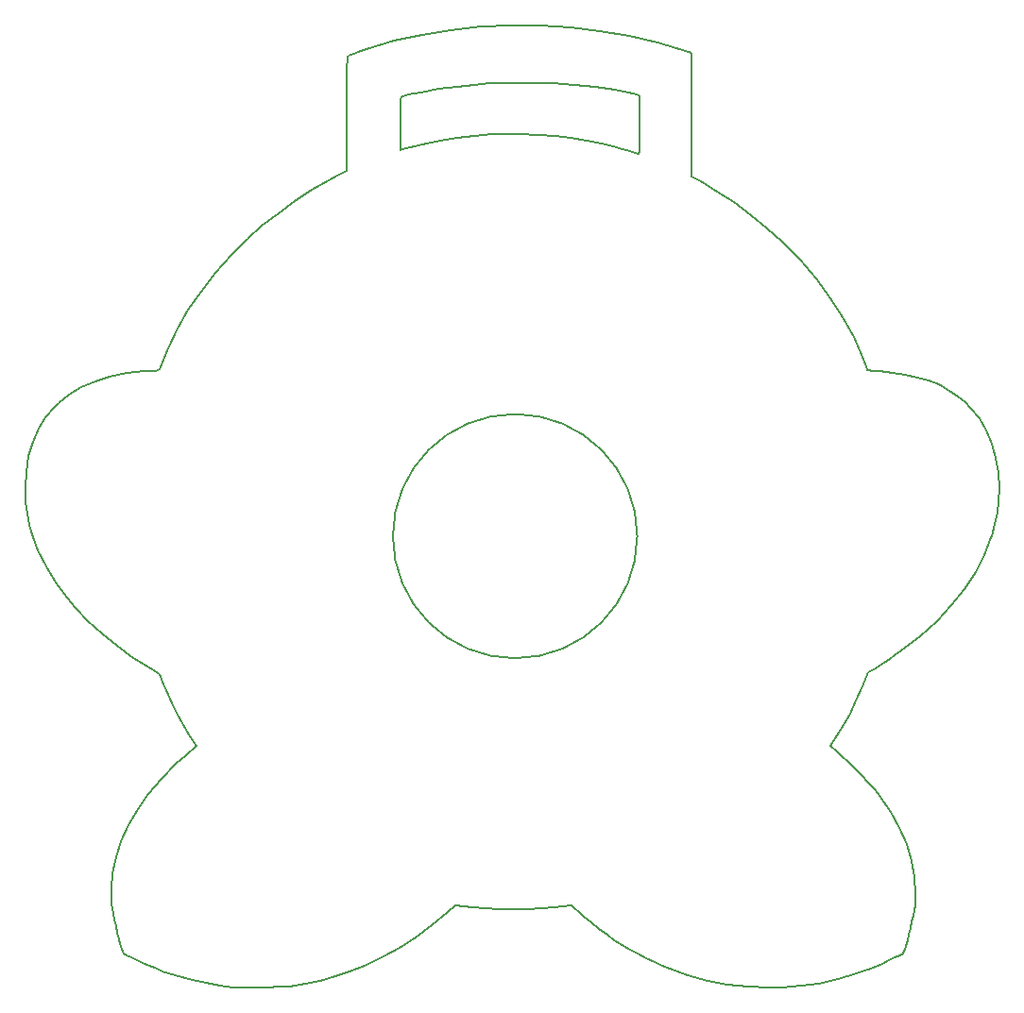
<source format=gm1>
G04 #@! TF.FileFunction,Profile,NP*
%FSLAX46Y46*%
G04 Gerber Fmt 4.6, Leading zero omitted, Abs format (unit mm)*
G04 Created by KiCad (PCBNEW 4.0.7-e2-6376~58~ubuntu16.04.1) date Tue Oct 31 02:22:27 2017*
%MOMM*%
%LPD*%
G01*
G04 APERTURE LIST*
%ADD10C,0.100000*%
%ADD11C,0.150000*%
%ADD12C,0.200000*%
G04 APERTURE END LIST*
D10*
D11*
X10950000Y0D02*
G75*
G03X10950000Y0I-10950000J0D01*
G01*
D12*
X2290675Y45800383D02*
X4972600Y45635692D01*
X4972600Y45635692D02*
X7620792Y45323384D01*
X7620792Y45323384D02*
X10213720Y44863422D01*
X10213720Y44863422D02*
X12729851Y44255767D01*
X12729851Y44255767D02*
X14444669Y43738989D01*
X14444669Y43738989D02*
X15785036Y43299501D01*
X15785036Y43299501D02*
X15785912Y37781833D01*
X15785912Y37781833D02*
X15786788Y32264164D01*
X15786788Y32264164D02*
X16651120Y31793794D01*
X16651120Y31793794D02*
X18124442Y30928454D01*
X18124442Y30928454D02*
X19631322Y29924469D01*
X19631322Y29924469D02*
X21130546Y28814369D01*
X21130546Y28814369D02*
X22580899Y27630682D01*
X22580899Y27630682D02*
X23941166Y26405936D01*
X23941166Y26405936D02*
X25170134Y25172661D01*
X25170134Y25172661D02*
X25512061Y24800317D01*
X25512061Y24800317D02*
X26986706Y23063346D01*
X26986706Y23063346D02*
X28279547Y21332516D01*
X28279547Y21332516D02*
X29396292Y19598512D01*
X29396292Y19598512D02*
X30342649Y17852018D01*
X30342649Y17852018D02*
X31124328Y16083720D01*
X31124328Y16083720D02*
X31521882Y14992884D01*
X31521882Y14992884D02*
X31580169Y14923842D01*
X31580169Y14923842D02*
X31721412Y14872179D01*
X31721412Y14872179D02*
X31975368Y14832328D01*
X31975368Y14832328D02*
X32371800Y14798720D01*
X32371800Y14798720D02*
X32652293Y14781396D01*
X32652293Y14781396D02*
X33811503Y14674584D01*
X33811503Y14674584D02*
X34967265Y14491760D01*
X34967265Y14491760D02*
X36077225Y14242849D01*
X36077225Y14242849D02*
X37099028Y13937773D01*
X37099028Y13937773D02*
X37990318Y13586457D01*
X37990318Y13586457D02*
X38218372Y13477323D01*
X38218372Y13477323D02*
X38930631Y13067940D01*
X38930631Y13067940D02*
X39665966Y12554671D01*
X39665966Y12554671D02*
X40351543Y11991839D01*
X40351543Y11991839D02*
X40821154Y11536081D01*
X40821154Y11536081D02*
X41618840Y10558872D01*
X41618840Y10558872D02*
X42264393Y9490417D01*
X42264393Y9490417D02*
X42760269Y8323729D01*
X42760269Y8323729D02*
X43108927Y7051824D01*
X43108927Y7051824D02*
X43312823Y5667715D01*
X43312823Y5667715D02*
X43374681Y4277127D01*
X43374681Y4277127D02*
X43340614Y3140555D01*
X43340614Y3140555D02*
X43228288Y2104584D01*
X43228288Y2104584D02*
X43025703Y1093718D01*
X43025703Y1093718D02*
X42720859Y32463D01*
X42720859Y32463D02*
X42680348Y-91260D01*
X42680348Y-91260D02*
X42059626Y-1671721D01*
X42059626Y-1671721D02*
X41256617Y-3216916D01*
X41256617Y-3216916D02*
X40274564Y-4722874D01*
X40274564Y-4722874D02*
X39116705Y-6185626D01*
X39116705Y-6185626D02*
X37786282Y-7601200D01*
X37786282Y-7601200D02*
X36286536Y-8965628D01*
X36286536Y-8965628D02*
X34620707Y-10274937D01*
X34620707Y-10274937D02*
X34012991Y-10709690D01*
X34012991Y-10709690D02*
X33552481Y-11024739D01*
X33552481Y-11024739D02*
X33068718Y-11344540D01*
X33068718Y-11344540D02*
X32622610Y-11629411D01*
X32622610Y-11629411D02*
X32306837Y-11821274D01*
X32306837Y-11821274D02*
X31610877Y-12227046D01*
X31610877Y-12227046D02*
X31117292Y-13452923D01*
X31117292Y-13452923D02*
X30577463Y-14716062D01*
X30577463Y-14716062D02*
X30008531Y-15902704D01*
X30008531Y-15902704D02*
X29429336Y-16975669D01*
X29429336Y-16975669D02*
X28885408Y-17857848D01*
X28885408Y-17857848D02*
X28259482Y-18798062D01*
X28259482Y-18798062D02*
X28819111Y-19270843D01*
X28819111Y-19270843D02*
X29308525Y-19705686D01*
X29308525Y-19705686D02*
X29868514Y-20238454D01*
X29868514Y-20238454D02*
X30465775Y-20834328D01*
X30465775Y-20834328D02*
X31067007Y-21458487D01*
X31067007Y-21458487D02*
X31638906Y-22076110D01*
X31638906Y-22076110D02*
X32148170Y-22652378D01*
X32148170Y-22652378D02*
X32561498Y-23152471D01*
X32561498Y-23152471D02*
X32683683Y-23311544D01*
X32683683Y-23311544D02*
X33660874Y-24743666D01*
X33660874Y-24743666D02*
X34464595Y-26190118D01*
X34464595Y-26190118D02*
X35092610Y-27643980D01*
X35092610Y-27643980D02*
X35542683Y-29098331D01*
X35542683Y-29098331D02*
X35812580Y-30546251D01*
X35812580Y-30546251D02*
X35900066Y-31980819D01*
X35900066Y-31980819D02*
X35840269Y-33085766D01*
X35840269Y-33085766D02*
X35783307Y-33501016D01*
X35783307Y-33501016D02*
X35694056Y-34004150D01*
X35694056Y-34004150D02*
X35580287Y-34563767D01*
X35580287Y-34563767D02*
X35449768Y-35148464D01*
X35449768Y-35148464D02*
X35310269Y-35726841D01*
X35310269Y-35726841D02*
X35169560Y-36267495D01*
X35169560Y-36267495D02*
X35035411Y-36739025D01*
X35035411Y-36739025D02*
X34915592Y-37110030D01*
X34915592Y-37110030D02*
X34817872Y-37349108D01*
X34817872Y-37349108D02*
X34767721Y-37420506D01*
X34767721Y-37420506D02*
X34482626Y-37592161D01*
X34482626Y-37592161D02*
X34056398Y-37811783D01*
X34056398Y-37811783D02*
X33524945Y-38063652D01*
X33524945Y-38063652D02*
X32924175Y-38332045D01*
X32924175Y-38332045D02*
X32289995Y-38601242D01*
X32289995Y-38601242D02*
X31658314Y-38855521D01*
X31658314Y-38855521D02*
X31065040Y-39079161D01*
X31065040Y-39079161D02*
X30654140Y-39221528D01*
X30654140Y-39221528D02*
X28934083Y-39732385D01*
X28934083Y-39732385D02*
X27277561Y-40106300D01*
X27277561Y-40106300D02*
X25629328Y-40352243D01*
X25629328Y-40352243D02*
X23934136Y-40479184D01*
X23934136Y-40479184D02*
X22766905Y-40502132D01*
X22766905Y-40502132D02*
X20857335Y-40436708D01*
X20857335Y-40436708D02*
X19035298Y-40234880D01*
X19035298Y-40234880D02*
X17256974Y-39888311D01*
X17256974Y-39888311D02*
X15478545Y-39388666D01*
X15478545Y-39388666D02*
X13856518Y-38807056D01*
X13856518Y-38807056D02*
X13214813Y-38538580D01*
X13214813Y-38538580D02*
X12488018Y-38207193D01*
X12488018Y-38207193D02*
X11724219Y-37837094D01*
X11724219Y-37837094D02*
X10971503Y-37452478D01*
X10971503Y-37452478D02*
X10277958Y-37077542D01*
X10277958Y-37077542D02*
X9691671Y-36736483D01*
X9691671Y-36736483D02*
X9490560Y-36610182D01*
X9490560Y-36610182D02*
X8908737Y-36216243D01*
X8908737Y-36216243D02*
X8236524Y-35732615D01*
X8236524Y-35732615D02*
X7522654Y-35196274D01*
X7522654Y-35196274D02*
X6815857Y-34644201D01*
X6815857Y-34644201D02*
X6164868Y-34113372D01*
X6164868Y-34113372D02*
X5871784Y-33864241D01*
X5871784Y-33864241D02*
X5036680Y-33141955D01*
X5036680Y-33141955D02*
X3472895Y-33298605D01*
X3472895Y-33298605D02*
X2373291Y-33383617D01*
X2373291Y-33383617D02*
X1149804Y-33434849D01*
X1149804Y-33434849D02*
X-136360Y-33452307D01*
X-136360Y-33452307D02*
X-1423992Y-33435995D01*
X-1423992Y-33435995D02*
X-2651887Y-33385917D01*
X-2651887Y-33385917D02*
X-3758837Y-33302079D01*
X-3758837Y-33302079D02*
X-3799430Y-33298054D01*
X-3799430Y-33298054D02*
X-5368711Y-33140852D01*
X-5368711Y-33140852D02*
X-6010171Y-33714574D01*
X-6010171Y-33714574D02*
X-7453240Y-34932605D01*
X-7453240Y-34932605D02*
X-8894741Y-35997733D01*
X-8894741Y-35997733D02*
X-10378325Y-36939685D01*
X-10378325Y-36939685D02*
X-11947644Y-37788190D01*
X-11947644Y-37788190D02*
X-12107927Y-37867550D01*
X-12107927Y-37867550D02*
X-13511527Y-38522322D01*
X-13511527Y-38522322D02*
X-14832704Y-39061463D01*
X-14832704Y-39061463D02*
X-16122563Y-39501894D01*
X-16122563Y-39501894D02*
X-17432210Y-39860536D01*
X-17432210Y-39860536D02*
X-18812751Y-40154309D01*
X-18812751Y-40154309D02*
X-19252417Y-40233016D01*
X-19252417Y-40233016D02*
X-19710562Y-40303884D01*
X-19710562Y-40303884D02*
X-20179548Y-40358076D01*
X-20179548Y-40358076D02*
X-20696961Y-40398043D01*
X-20696961Y-40398043D02*
X-21300391Y-40426236D01*
X-21300391Y-40426236D02*
X-22027423Y-40445108D01*
X-22027423Y-40445108D02*
X-22644223Y-40454250D01*
X-22644223Y-40454250D02*
X-23303900Y-40460048D01*
X-23303900Y-40460048D02*
X-23924224Y-40462048D01*
X-23924224Y-40462048D02*
X-24472662Y-40460415D01*
X-24472662Y-40460415D02*
X-24916678Y-40455314D01*
X-24916678Y-40455314D02*
X-25223736Y-40446910D01*
X-25223736Y-40446910D02*
X-25325334Y-40440674D01*
X-25325334Y-40440674D02*
X-26446722Y-40299307D01*
X-26446722Y-40299307D02*
X-27670364Y-40081627D01*
X-27670364Y-40081627D02*
X-28933460Y-39801635D01*
X-28933460Y-39801635D02*
X-30173210Y-39473333D01*
X-30173210Y-39473333D02*
X-31326814Y-39110725D01*
X-31326814Y-39110725D02*
X-31393112Y-39087768D01*
X-31393112Y-39087768D02*
X-31796491Y-38937282D01*
X-31796491Y-38937282D02*
X-32286878Y-38738977D01*
X-32286878Y-38738977D02*
X-32828273Y-38509075D01*
X-32828273Y-38509075D02*
X-33384680Y-38263798D01*
X-33384680Y-38263798D02*
X-33920101Y-38019367D01*
X-33920101Y-38019367D02*
X-34398538Y-37792005D01*
X-34398538Y-37792005D02*
X-34783993Y-37597932D01*
X-34783993Y-37597932D02*
X-35040470Y-37453371D01*
X-35040470Y-37453371D02*
X-35082620Y-37425158D01*
X-35082620Y-37425158D02*
X-35155063Y-37298193D01*
X-35155063Y-37298193D02*
X-35255761Y-37018008D01*
X-35255761Y-37018008D02*
X-35377004Y-36616064D01*
X-35377004Y-36616064D02*
X-35511084Y-36123820D01*
X-35511084Y-36123820D02*
X-35650292Y-35572738D01*
X-35650292Y-35572738D02*
X-35786919Y-34994276D01*
X-35786919Y-34994276D02*
X-35913257Y-34419894D01*
X-35913257Y-34419894D02*
X-36021597Y-33881054D01*
X-36021597Y-33881054D02*
X-36104230Y-33409214D01*
X-36104230Y-33409214D02*
X-36150209Y-33068238D01*
X-36150209Y-33068238D02*
X-36203992Y-31653504D01*
X-36203992Y-31653504D02*
X-36075218Y-30222427D01*
X-36075218Y-30222427D02*
X-35767883Y-28783100D01*
X-35767883Y-28783100D02*
X-35285984Y-27343613D01*
X-35285984Y-27343613D02*
X-34633518Y-25912059D01*
X-34633518Y-25912059D02*
X-33814483Y-24496531D01*
X-33814483Y-24496531D02*
X-32832875Y-23105118D01*
X-32832875Y-23105118D02*
X-31692692Y-21745915D01*
X-31692692Y-21745915D02*
X-30397930Y-20427011D01*
X-30397930Y-20427011D02*
X-29509747Y-19624826D01*
X-29509747Y-19624826D02*
X-28560609Y-18805410D01*
X-28560609Y-18805410D02*
X-29160916Y-17918030D01*
X-29160916Y-17918030D02*
X-29490321Y-17393017D01*
X-29490321Y-17393017D02*
X-29863056Y-16735216D01*
X-29863056Y-16735216D02*
X-30257124Y-15988281D01*
X-30257124Y-15988281D02*
X-30650529Y-15195868D01*
X-30650529Y-15195868D02*
X-31021276Y-14401632D01*
X-31021276Y-14401632D02*
X-31347368Y-13649228D01*
X-31347368Y-13649228D02*
X-31487602Y-13300282D01*
X-31487602Y-13300282D02*
X-31841018Y-12392136D01*
X-31841018Y-12392136D02*
X-32822622Y-11807410D01*
X-32822622Y-11807410D02*
X-34254088Y-10890743D01*
X-34254088Y-10890743D02*
X-35660711Y-9866763D01*
X-35660711Y-9866763D02*
X-37008772Y-8764287D01*
X-37008772Y-8764287D02*
X-38264549Y-7612132D01*
X-38264549Y-7612132D02*
X-39394321Y-6439115D01*
X-39394321Y-6439115D02*
X-40157805Y-5538998D01*
X-40157805Y-5538998D02*
X-41187735Y-4135491D01*
X-41187735Y-4135491D02*
X-42042822Y-2728759D01*
X-42042822Y-2728759D02*
X-42735411Y-1296606D01*
X-42735411Y-1296606D02*
X-43192131Y-83494D01*
X-43192131Y-83494D02*
X-43333968Y398141D01*
X-43333968Y398141D02*
X-43505511Y980642D01*
X-43505511Y980642D02*
X-43716469Y1995331D01*
X-43716469Y1995331D02*
X-43836456Y3033471D01*
X-43836456Y3033471D02*
X-43876923Y4167960D01*
X-43876923Y4167960D02*
X-43877056Y4277127D01*
X-43877056Y4277127D02*
X-43803846Y5786289D01*
X-43803846Y5786289D02*
X-43587212Y7175805D01*
X-43587212Y7175805D02*
X-43225679Y8449525D01*
X-43225679Y8449525D02*
X-42717773Y9611294D01*
X-42717773Y9611294D02*
X-42062017Y10664962D01*
X-42062017Y10664962D02*
X-41256938Y11614374D01*
X-41256938Y11614374D02*
X-40949229Y11913833D01*
X-40949229Y11913833D02*
X-39963849Y12712378D01*
X-39963849Y12712378D02*
X-38867928Y13378749D01*
X-38867928Y13378749D02*
X-37654669Y13915415D01*
X-37654669Y13915415D02*
X-36317276Y14324847D01*
X-36317276Y14324847D02*
X-34848952Y14609514D01*
X-34848952Y14609514D02*
X-33242901Y14771884D01*
X-33242901Y14771884D02*
X-33054234Y14782558D01*
X-33054234Y14782558D02*
X-32550453Y14813221D01*
X-32550453Y14813221D02*
X-32205751Y14846482D01*
X-32205751Y14846482D02*
X-31991075Y14887380D01*
X-31991075Y14887380D02*
X-31877375Y14940952D01*
X-31877375Y14940952D02*
X-31840699Y14993011D01*
X-31840699Y14993011D02*
X-31123009Y16826583D01*
X-31123009Y16826583D02*
X-30276347Y18589145D01*
X-30276347Y18589145D02*
X-29290726Y20295518D01*
X-29290726Y20295518D02*
X-28156156Y21960526D01*
X-28156156Y21960526D02*
X-26862650Y23598989D01*
X-26862650Y23598989D02*
X-25400220Y25225729D01*
X-25400220Y25225729D02*
X-24003193Y26623414D01*
X-24003193Y26623414D02*
X-22670976Y27823183D01*
X-22670976Y27823183D02*
X-21228665Y28985103D01*
X-21228665Y28985103D02*
X-19718337Y30079463D01*
X-19718337Y30079463D02*
X-18182068Y31076549D01*
X-18182068Y31076549D02*
X-16661933Y31946649D01*
X-16661933Y31946649D02*
X-15948209Y32311519D01*
X-15948209Y32311519D02*
X-15084787Y32734535D01*
X-15084787Y32734535D02*
X-15079174Y37006885D01*
X-10273482Y37006885D02*
X-10273482Y34641109D01*
X-10273482Y34641109D02*
X-10061816Y34699339D01*
X-10061816Y34699339D02*
X-8343477Y35141850D01*
X-8343477Y35141850D02*
X-6733663Y35489218D01*
X-6733663Y35489218D02*
X-5182500Y35747836D01*
X-5182500Y35747836D02*
X-3640115Y35924100D01*
X-3640115Y35924100D02*
X-2056636Y36024404D01*
X-2056636Y36024404D02*
X-382190Y36055145D01*
X-382190Y36055145D02*
X450962Y36047372D01*
X450962Y36047372D02*
X2093246Y35994607D01*
X2093246Y35994607D02*
X3598228Y35890901D01*
X3598228Y35890901D02*
X5011466Y35729620D01*
X5011466Y35729620D02*
X6378514Y35504130D01*
X6378514Y35504130D02*
X7744928Y35207798D01*
X7744928Y35207798D02*
X9156265Y34833989D01*
X9156265Y34833989D02*
X9529110Y34725387D01*
X9529110Y34725387D02*
X10021826Y34580957D01*
X10021826Y34580957D02*
X10455078Y34456780D01*
X10455078Y34456780D02*
X10794906Y34362371D01*
X10794906Y34362371D02*
X11007347Y34307247D01*
X11007347Y34307247D02*
X11057814Y34297100D01*
X11057814Y34297100D02*
X11093912Y34334110D01*
X11093912Y34334110D02*
X11122341Y34463186D01*
X11122341Y34463186D02*
X11143842Y34700796D01*
X11143842Y34700796D02*
X11159154Y35063407D01*
X11159154Y35063407D02*
X11169017Y35567486D01*
X11169017Y35567486D02*
X11174173Y36229502D01*
X11174173Y36229502D02*
X11175406Y36913290D01*
X11175406Y36913290D02*
X11175406Y39539824D01*
X11175406Y39539824D02*
X10540406Y39682631D01*
X10540406Y39682631D02*
X8915354Y40000850D01*
X8915354Y40000850D02*
X7151332Y40260370D01*
X7151332Y40260370D02*
X5288871Y40458879D01*
X5288871Y40458879D02*
X3368503Y40594063D01*
X3368503Y40594063D02*
X1430758Y40663611D01*
X1430758Y40663611D02*
X-483833Y40665208D01*
X-483833Y40665208D02*
X-2334738Y40596542D01*
X-2334738Y40596542D02*
X-3688297Y40494591D01*
X-3688297Y40494591D02*
X-4408451Y40418702D01*
X-4408451Y40418702D02*
X-5192830Y40321770D01*
X-5192830Y40321770D02*
X-6011975Y40208706D01*
X-6011975Y40208706D02*
X-6836428Y40084416D01*
X-6836428Y40084416D02*
X-7636729Y39953808D01*
X-7636729Y39953808D02*
X-8383420Y39821791D01*
X-8383420Y39821791D02*
X-9047041Y39693273D01*
X-9047041Y39693273D02*
X-9598132Y39573162D01*
X-9598132Y39573162D02*
X-10007236Y39466366D01*
X-10007236Y39466366D02*
X-10155890Y39417041D01*
X-10155890Y39417041D02*
X-10194205Y39357236D01*
X-10194205Y39357236D02*
X-10223919Y39198886D01*
X-10223919Y39198886D02*
X-10245860Y38925029D01*
X-10245860Y38925029D02*
X-10260854Y38518702D01*
X-10260854Y38518702D02*
X-10269729Y37962941D01*
X-10269729Y37962941D02*
X-10273314Y37240784D01*
X-10273314Y37240784D02*
X-10273482Y37006885D01*
X-15079174Y37006885D02*
X-15078024Y37881780D01*
X-15078024Y37881780D02*
X-15076333Y38997007D01*
X-15076333Y38997007D02*
X-15074082Y39939017D01*
X-15074082Y39939017D02*
X-15070748Y40722744D01*
X-15070748Y40722744D02*
X-15065807Y41363119D01*
X-15065807Y41363119D02*
X-15058734Y41875075D01*
X-15058734Y41875075D02*
X-15049007Y42273544D01*
X-15049007Y42273544D02*
X-15036102Y42573457D01*
X-15036102Y42573457D02*
X-15019494Y42789748D01*
X-15019494Y42789748D02*
X-14998660Y42937348D01*
X-14998660Y42937348D02*
X-14973076Y43031189D01*
X-14973076Y43031189D02*
X-14942219Y43086204D01*
X-14942219Y43086204D02*
X-14905565Y43117325D01*
X-14905565Y43117325D02*
X-14894155Y43123810D01*
X-14894155Y43123810D02*
X-14746516Y43185376D01*
X-14746516Y43185376D02*
X-14455438Y43293023D01*
X-14455438Y43293023D02*
X-14056247Y43434162D01*
X-14056247Y43434162D02*
X-13584270Y43596204D01*
X-13584270Y43596204D02*
X-13303496Y43690665D01*
X-13303496Y43690665D02*
X-10871337Y44410890D01*
X-10871337Y44410890D02*
X-8343722Y44983723D01*
X-8343722Y44983723D02*
X-5742181Y45409126D01*
X-5742181Y45409126D02*
X-3088247Y45687062D01*
X-3088247Y45687062D02*
X-403451Y45817493D01*
X-403451Y45817493D02*
X2290675Y45800383D01*
M02*

</source>
